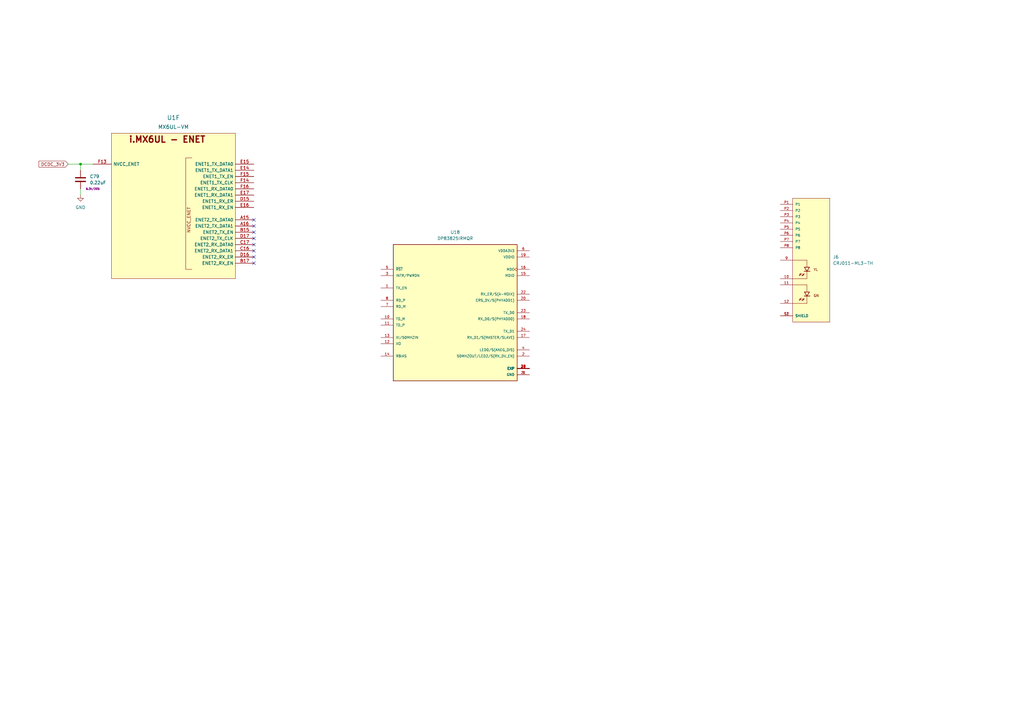
<source format=kicad_sch>
(kicad_sch (version 20211123) (generator eeschema)
  (paper "A3")
  (lib_symbols
    (symbol "Device:C" (pin_numbers hide) (pin_names (offset 0.254))
      (property "Reference" "C" (at 0.635 2.54 0))
      (property "Value" "C" (at 0.635 -2.54 0))
      (symbol "C_0_1"
        (polyline (pts (xy -2.032 -0.762) (xy 2.032 -0.762)) (stroke (width 0.508)))
        (polyline (pts (xy -2.032 0.762) (xy 2.032 0.762)) (stroke (width 0.508)))
      )
      (symbol "C_1_1"
        (pin passive line (at 0 3.81 270) (length 2.794) (name "~") (number "1"))
        (pin passive line (at 0 -3.81 90) (length 2.794) (name "~") (number "2"))
      )
    )
    (symbol "imx6ull-sbc:CRJ011-ML3-TH" (pin_names (offset 1.016))
      (property "Reference" "J" (at -7.62 26.162 0))
      (property "Value" "CRJ011-ML3-TH" (at -7.62 -27.94 0))
      (symbol "CRJ011-ML3-TH_0_0"
        (polyline (pts (xy -3.937 -15.494) (xy -4.953 -16.51)) (stroke (width 0.1524)))
        (polyline (pts (xy -3.937 -5.334) (xy -4.953 -6.35)) (stroke (width 0.1524)))
        (polyline (pts (xy -2.921 -14.732) (xy -1.778 -14.732)) (stroke (width 0.254)))
        (polyline (pts (xy -2.921 -4.572) (xy -1.778 -4.572)) (stroke (width 0.254)))
        (polyline (pts (xy -2.794 -15.621) (xy -3.81 -16.637)) (stroke (width 0.1524)))
        (polyline (pts (xy -2.794 -13.081) (xy -1.778 -14.732)) (stroke (width 0.254)))
        (polyline (pts (xy -2.794 -13.081) (xy -0.762 -13.081)) (stroke (width 0.254)))
        (polyline (pts (xy -2.794 -5.461) (xy -3.81 -6.477)) (stroke (width 0.1524)))
        (polyline (pts (xy -2.794 -2.921) (xy -1.778 -4.572)) (stroke (width 0.254)))
        (polyline (pts (xy -2.794 -2.921) (xy -0.762 -2.921)) (stroke (width 0.254)))
        (polyline (pts (xy -1.778 -17.78) (xy -7.62 -17.78)) (stroke (width 0.1524)))
        (polyline (pts (xy -1.778 -14.859) (xy -1.778 -17.78)) (stroke (width 0.1524)))
        (polyline (pts (xy -1.778 -14.732) (xy -0.762 -13.081)) (stroke (width 0.254)))
        (polyline (pts (xy -1.778 -14.732) (xy -0.508 -14.732)) (stroke (width 0.254)))
        (polyline (pts (xy -1.778 -10.16) (xy -7.62 -10.16)) (stroke (width 0.1524)))
        (polyline (pts (xy -1.778 -10.16) (xy -1.778 -12.954)) (stroke (width 0.1524)))
        (polyline (pts (xy -1.778 -7.62) (xy -7.62 -7.62)) (stroke (width 0.1524)))
        (polyline (pts (xy -1.778 -4.699) (xy -1.778 -7.62)) (stroke (width 0.1524)))
        (polyline (pts (xy -1.778 -4.572) (xy -0.762 -2.921)) (stroke (width 0.254)))
        (polyline (pts (xy -1.778 -4.572) (xy -0.508 -4.572)) (stroke (width 0.254)))
        (polyline (pts (xy -1.778 0) (xy -7.62 0)) (stroke (width 0.1524)))
        (polyline (pts (xy -1.778 0) (xy -1.778 -2.794)) (stroke (width 0.1524)))
        (polyline (pts (xy -4.953 -16.51) (xy -4.064 -16.129) (xy -4.572 -15.621) (xy -4.953 -16.51)) (stroke (width 0.1524)) (fill (type background)))
        (polyline (pts (xy -4.953 -6.35) (xy -4.064 -5.969) (xy -4.572 -5.461) (xy -4.953 -6.35)) (stroke (width 0.1524)) (fill (type background)))
        (polyline (pts (xy -3.81 -16.637) (xy -2.921 -16.256) (xy -3.429 -15.748) (xy -3.81 -16.637)) (stroke (width 0.1524)) (fill (type background)))
        (polyline (pts (xy -3.81 -6.477) (xy -2.921 -6.096) (xy -3.429 -5.588) (xy -3.81 -6.477)) (stroke (width 0.1524)) (fill (type background)))
        (text "GN" (at 0.889 -13.97 0) (effects (font (size 1.016 1.016)) (justify left top)))
        (text "YL" (at 0.889 -3.302 0) (effects (font (size 1.016 1.016)) (justify left top)))
        (pin passive line (at -12.7 -7.62 0) (length 5.08) (name "~") (number "10"))
        (pin passive line (at -12.7 -10.16 0) (length 5.08) (name "~") (number "11"))
        (pin passive line (at -12.7 -17.78 0) (length 5.08) (name "~") (number "12"))
        (pin passive line (at -12.7 0 0) (length 5.08) (name "~") (number "9"))
        (pin passive line (at -12.7 22.86 0) (length 5.08) (name "P1") (number "P1"))
        (pin passive line (at -12.7 20.32 0) (length 5.08) (name "P2") (number "P2"))
        (pin passive line (at -12.7 17.78 0) (length 5.08) (name "P3") (number "P3"))
        (pin passive line (at -12.7 15.24 0) (length 5.08) (name "P4") (number "P4"))
        (pin passive line (at -12.7 12.7 0) (length 5.08) (name "P5") (number "P5"))
        (pin passive line (at -12.7 10.16 0) (length 5.08) (name "P6") (number "P6"))
        (pin passive line (at -12.7 7.62 0) (length 5.08) (name "P7") (number "P7"))
        (pin passive line (at -12.7 5.08 0) (length 5.08) (name "P8") (number "P8"))
        (pin passive line (at -12.7 -22.86 0) (length 5.08) (name "SHIELD") (number "S1"))
        (pin passive line (at -12.7 -22.86 0) (length 5.08) (name "SHIELD") (number "S2"))
      )
      (symbol "CRJ011-ML3-TH_1_1"
        (rectangle (start -7.62 25.4) (end 7.62 -25.4) (stroke (width 0.1524)) (fill (type background)))
      )
    )
    (symbol "imx6ull-sbc:DP83825IRMQR" (pin_names (offset 1.016))
      (property "Reference" "U" (at -25.4 28.575 0))
      (property "Value" "DP83825IRMQR" (at -25.4 -30.48 0))
      (symbol "DP83825IRMQR_0_0"
        (rectangle (start -25.4 -27.94) (end 25.4 27.94) (stroke (width 0.254)) (fill (type background)))
        (pin input line (at -30.48 10.16 0) (length 5.08) (name "TX_EN") (number "1"))
        (pin output line (at -30.48 -2.54 0) (length 5.08) (name "TD_M") (number "10"))
        (pin output line (at -30.48 -5.08 0) (length 5.08) (name "TD_P") (number "11"))
        (pin output line (at -30.48 -12.7 0) (length 5.08) (name "XO") (number "12"))
        (pin input line (at -30.48 -10.16 0) (length 5.08) (name "XI/50MHZIN") (number "13"))
        (pin passive line (at -30.48 -17.78 0) (length 5.08) (name "RBIAS") (number "14"))
        (pin bidirectional line (at 30.48 15.24 180) (length 5.08) (name "MDIO") (number "15"))
        (pin input clock (at 30.48 17.78 180) (length 5.08) (name "MDC") (number "16"))
        (pin bidirectional line (at 30.48 -10.16 180) (length 5.08) (name "RX_D1/S(MASTER/SLAVE)") (number "17"))
        (pin bidirectional line (at 30.48 -2.54 180) (length 5.08) (name "RX_D0/S(PHYADD0)") (number "18"))
        (pin power_in line (at 30.48 22.86 180) (length 5.08) (name "VDDIO") (number "19"))
        (pin bidirectional line (at 30.48 -17.78 180) (length 5.08) (name "50MHZOUT/LED2/S(RX_DV_EN)") (number "2"))
        (pin bidirectional line (at 30.48 5.08 180) (length 5.08) (name "CRS_DV/S(PHYADD1)") (number "20"))
        (pin power_in line (at 30.48 -25.4 180) (length 5.08) (name "GND") (number "21"))
        (pin bidirectional line (at 30.48 7.62 180) (length 5.08) (name "RX_ER/S(A-MDIX)") (number "22"))
        (pin input line (at 30.48 0 180) (length 5.08) (name "TX_D0") (number "23"))
        (pin input line (at 30.48 -7.62 180) (length 5.08) (name "TX_D1") (number "24"))
        (pin power_in line (at 30.48 -22.86 180) (length 5.08) (name "EXP") (number "25"))
        (pin power_in line (at 30.48 -22.86 180) (length 5.08) (name "EXP") (number "26"))
        (pin power_in line (at 30.48 -22.86 180) (length 5.08) (name "EXP") (number "27"))
        (pin power_in line (at 30.48 -22.86 180) (length 5.08) (name "EXP") (number "28"))
        (pin power_in line (at 30.48 -22.86 180) (length 5.08) (name "EXP") (number "29"))
        (pin input line (at -30.48 15.24 0) (length 5.08) (name "INTR/PWRDN") (number "3"))
        (pin power_in line (at 30.48 -22.86 180) (length 5.08) (name "EXP") (number "30"))
        (pin bidirectional line (at 30.48 -15.24 180) (length 5.08) (name "LED0/S(ANEG_DIS)") (number "4"))
        (pin input line (at -30.48 17.78 0) (length 5.08) (name "~{RST}") (number "5"))
        (pin power_in line (at 30.48 25.4 180) (length 5.08) (name "VDDA3V3") (number "6"))
        (pin input line (at -30.48 2.54 0) (length 5.08) (name "RD_M") (number "7"))
        (pin input line (at -30.48 5.08 0) (length 5.08) (name "RD_P") (number "8"))
        (pin power_in line (at 30.48 -25.4 180) (length 5.08) (name "GND") (number "9"))
      )
    )
    (symbol "imx6ull-sbc:MX6UL-VM" (pin_names (offset 0.762))
      (property "Reference" "U" (at 7.62 5.08 0))
      (property "Value" "MX6UL-VM" (at -5.08 5.08 0))
      (symbol "MX6UL-VM_1_0"
        (text "i.MX6UL - POWER" (at 0 -2.54 0) (effects (font (size 2.54 2.54) bold)))
      )
      (symbol "MX6UL-VM_1_1"
        (rectangle (start -25.4 0) (end 25.4 -132.08) (fill (type background)))
        (pin power_in line (at -33.02 -68.58 0) (length 7.62) (name "VSS1") (number "A1"))
        (pin power_in line (at -33.02 -71.12 0) (length 7.62) (name "VSS2") (number "A17"))
        (pin power_in line (at -33.02 -78.74 0) (length 7.62) (name "VSS5") (number "C11"))
        (pin power_in line (at -33.02 -81.28 0) (length 7.62) (name "VSS6") (number "C15"))
        (pin power_in line (at -33.02 -73.66 0) (length 7.62) (name "VSS3") (number "C3"))
        (pin power_in line (at -33.02 -76.2 0) (length 7.62) (name "VSS4") (number "C7"))
        (pin power_in line (at -33.02 -86.36 0) (length 7.62) (name "VSS8") (number "E11"))
        (pin power_in line (at -33.02 -83.82 0) (length 7.62) (name "VSS7") (number "E8"))
        (pin power_in line (at -33.02 -99.06 0) (length 7.62) (name "VSS13") (number "F10"))
        (pin power_in line (at -33.02 -101.6 0) (length 7.62) (name "VSS14") (number "F11"))
        (pin power_in line (at -33.02 -104.14 0) (length 7.62) (name "VSS15") (number "F12"))
        (pin power_in line (at -33.02 -88.9 0) (length 7.62) (name "VSS9") (number "F6"))
        (pin power_in line (at -33.02 -91.44 0) (length 7.62) (name "VSS10") (number "F7"))
        (pin power_in line (at -33.02 -93.98 0) (length 7.62) (name "VSS11") (number "F8"))
        (pin power_in line (at -33.02 -96.52 0) (length 7.62) (name "VSS12") (number "F9"))
        (pin passive line (at 33.02 -10.16 180) (length 7.62) (name "VDD_ARM_CAP2") (number "G10"))
        (pin passive line (at 33.02 -12.7 180) (length 7.62) (name "VDD_ARM_CAP3") (number "G11"))
        (pin power_in line (at -33.02 -114.3 0) (length 7.62) (name "VSS19") (number "G12"))
        (pin power_in line (at -33.02 -116.84 0) (length 7.62) (name "VSS20") (number "G15"))
        (pin power_in line (at -33.02 -106.68 0) (length 7.62) (name "VSS16") (number "G3"))
        (pin power_in line (at -33.02 -109.22 0) (length 7.62) (name "VSS17") (number "G5"))
        (pin power_in line (at -33.02 -111.76 0) (length 7.62) (name "VSS18") (number "G7"))
        (pin power_out line (at 33.02 -20.32 180) (length 7.62) (name "VDD_SOC_CAP1") (number "G8"))
        (pin power_out line (at 33.02 -7.62 180) (length 7.62) (name "VDD_ARM_CAP1") (number "G9"))
        (pin power_in line (at -33.02 -15.24 0) (length 7.62) (name "VDD_SOC_IN2") (number "H10"))
        (pin passive line (at 33.02 -15.24 180) (length 7.62) (name "VDD_ARM_CAP4") (number "H11"))
        (pin power_in line (at -33.02 -121.92 0) (length 7.62) (name "VSS22") (number "H12"))
        (pin power_in line (at -33.02 -119.38 0) (length 7.62) (name "VSS21") (number "H7"))
        (pin passive line (at 33.02 -22.86 180) (length 7.62) (name "VDD_SOC_CAP2") (number "H8"))
        (pin power_in line (at -33.02 -12.7 0) (length 7.62) (name "VDD_SOC_IN1") (number "H9"))
        (pin power_in line (at -33.02 -20.32 0) (length 7.62) (name "VDD_SOC_IN4") (number "J10"))
        (pin passive line (at 33.02 -27.94 180) (length 7.62) (name "VDD_SOC_CAP4") (number "J11"))
        (pin power_in line (at 33.02 -121.92 180) (length 7.62) (name "VSS25") (number "J12"))
        (pin power_in line (at -33.02 -124.46 0) (length 7.62) (name "VSS23") (number "J5"))
        (pin power_in line (at 33.02 -124.46 180) (length 7.62) (name "VSS24") (number "J7"))
        (pin passive line (at 33.02 -25.4 180) (length 7.62) (name "VDD_SOC_CAP3") (number "J8"))
        (pin power_in line (at -33.02 -17.78 0) (length 7.62) (name "VDD_SOC_IN3") (number "J9"))
        (pin power_in line (at -33.02 -25.4 0) (length 7.62) (name "VDD_SOC_IN6") (number "K10"))
        (pin passive line (at 33.02 -33.02 180) (length 7.62) (name "VDD_SOC_CAP6") (number "K11"))
        (pin power_in line (at 33.02 -116.84 180) (length 7.62) (name "VSS27") (number "K12"))
        (pin power_in line (at 33.02 -119.38 180) (length 7.62) (name "VSS26") (number "K7"))
        (pin passive line (at 33.02 -30.48 180) (length 7.62) (name "VDD_SOC_CAP5") (number "K8"))
        (pin power_in line (at -33.02 -22.86 0) (length 7.62) (name "VDD_SOC_IN5") (number "K9"))
        (pin passive line (at 33.02 -40.64 180) (length 7.62) (name "VDD_SOC_CAP9") (number "L10"))
        (pin passive line (at 33.02 -43.18 180) (length 7.62) (name "VDD_SOC_CAP10") (number "L11"))
        (pin power_in line (at 33.02 -109.22 180) (length 7.62) (name "VSS30") (number "L12"))
        (pin power_in line (at 33.02 -114.3 180) (length 7.62) (name "VSS28") (number "L3"))
        (pin power_in line (at 33.02 -111.76 180) (length 7.62) (name "VSS29") (number "L7"))
        (pin passive line (at 33.02 -35.56 180) (length 7.62) (name "VDD_SOC_CAP7") (number "L8"))
        (pin passive line (at 33.02 -38.1 180) (length 7.62) (name "VDD_SOC_CAP8") (number "L9"))
        (pin power_in line (at 33.02 -99.06 180) (length 7.62) (name "VSS34") (number "M10"))
        (pin power_in line (at 33.02 -96.52 180) (length 7.62) (name "VSS35") (number "M11"))
        (pin power_in line (at -33.02 -66.04 0) (length 7.62) (name "NGND_KEL0") (number "M12"))
        (pin power_in line (at 33.02 -106.68 180) (length 7.62) (name "VSS31") (number "M7"))
        (pin power_in line (at 33.02 -104.14 180) (length 7.62) (name "VSS32") (number "M8"))
        (pin power_in line (at 33.02 -101.6 180) (length 7.62) (name "VSS33") (number "M9"))
        (pin power_out line (at 33.02 -60.96 180) (length 7.62) (name "VDD_SNVS_CAP") (number "N12"))
        (pin power_in line (at -33.02 -40.64 0) (length 7.62) (name "VDD_HIGH_IN") (number "N13"))
        (pin power_in line (at 33.02 -93.98 180) (length 7.62) (name "VSS36") (number "N3"))
        (pin power_in line (at 33.02 -91.44 180) (length 7.62) (name "VSS37") (number "N5"))
        (pin power_in line (at -33.02 -50.8 0) (length 7.62) (name "VDD_SNVS_IN") (number "P12"))
        (pin power_out line (at 33.02 -55.88 180) (length 7.62) (name "NVCC_PLL") (number "P13"))
        (pin power_in line (at 33.02 -81.28 180) (length 7.62) (name "VSS41") (number "R11"))
        (pin power_out line (at 33.02 -48.26 180) (length 7.62) (name "VDD_HIGH_CAP1") (number "R14"))
        (pin passive line (at 33.02 -50.8 180) (length 7.62) (name "VDD_HIGH_CAP2") (number "R15"))
        (pin power_in line (at 33.02 -78.74 180) (length 7.62) (name "VSS42") (number "R16"))
        (pin power_in line (at 33.02 -76.2 180) (length 7.62) (name "VSS43") (number "R17"))
        (pin power_in line (at 33.02 -88.9 180) (length 7.62) (name "VSS38") (number "R3"))
        (pin power_in line (at 33.02 -86.36 180) (length 7.62) (name "VSS39") (number "R5"))
        (pin power_in line (at 33.02 -83.82 180) (length 7.62) (name "VSS40") (number "R7"))
        (pin power_in line (at 33.02 -73.66 180) (length 7.62) (name "VSS44") (number "T14"))
        (pin power_in line (at 33.02 -71.12 180) (length 7.62) (name "VSS45") (number "U1"))
        (pin power_in line (at 33.02 -68.58 180) (length 7.62) (name "VSS46") (number "U14"))
        (pin power_in line (at 33.02 -66.04 180) (length 7.62) (name "VSS47") (number "U17"))
      )
      (symbol "MX6UL-VM_2_0"
        (text "i.MX6UL - DDR" (at -1.27 -2.54 0) (effects (font (size 2.54 2.54) bold)))
      )
      (symbol "MX6UL-VM_2_1"
        (rectangle (start -25.4 0) (end 25.4 -114.3) (fill (type background)))
        (pin output line (at 33.02 -73.66 180) (length 7.62) (name "DRAM_ODT1") (number "F1"))
        (pin output line (at -33.02 -48.26 0) (length 7.62) (name "DRAM_ADDR14") (number "G1"))
        (pin output line (at -33.02 -27.94 0) (length 7.62) (name "DRAM_ADDR06") (number "G2"))
        (pin output line (at -33.02 -91.44 0) (length 7.62) (name "DRAM_RESET") (number "G4"))
        (pin power_in line (at 33.02 -88.9 180) (length 7.62) (name "NVCC_DRAM1") (number "G6"))
        (pin output line (at -33.02 -58.42 0) (length 7.62) (name "DRAM_SDBA1") (number "H1"))
        (pin output line (at -33.02 -15.24 0) (length 7.62) (name "DRAM_ADDR01") (number "H2"))
        (pin output line (at -33.02 -45.72 0) (length 7.62) (name "DRAM_ADDR13") (number "H3"))
        (pin output line (at -33.02 -30.48 0) (length 7.62) (name "DRAM_ADDR07") (number "H4"))
        (pin output inverted (at -33.02 -68.58 0) (length 7.62) (name "~{DRAM_CS1}") (number "H5"))
        (pin power_in line (at 33.02 -91.44 180) (length 7.62) (name "NVCC_DRAM2") (number "H6"))
        (pin output inverted (at -33.02 -78.74 0) (length 7.62) (name "~{DRAM_SDWE}") (number "J1"))
        (pin output inverted (at -33.02 -76.2 0) (length 7.62) (name "~{DRAM_CAS}") (number "J2"))
        (pin output line (at 33.02 -81.28 180) (length 7.62) (name "DRAM_SDCKE1") (number "J3"))
        (pin output line (at -33.02 -33.02 0) (length 7.62) (name "DRAM_ADDR08") (number "J4"))
        (pin power_in line (at 33.02 -93.98 180) (length 7.62) (name "NVCC_DRAM3") (number "J6"))
        (pin output line (at -33.02 -17.78 0) (length 7.62) (name "DRAM_ADDR02") (number "K1"))
        (pin output line (at -33.02 -60.96 0) (length 7.62) (name "DRAM_SDBA2") (number "K2"))
        (pin output line (at -33.02 -40.64 0) (length 7.62) (name "DRAM_ADDR11") (number "K3"))
        (pin output line (at -33.02 -22.86 0) (length 7.62) (name "DRAM_ADDR04") (number "K4"))
        (pin output line (at -33.02 -50.8 0) (length 7.62) (name "DRAM_ADDR15") (number "K5"))
        (pin power_in line (at 33.02 -96.52 180) (length 7.62) (name "NVCC_DRAM4") (number "K6"))
        (pin output line (at -33.02 -25.4 0) (length 7.62) (name "DRAM_ADDR05") (number "L1"))
        (pin output line (at -33.02 -35.56 0) (length 7.62) (name "DRAM_ADDR09") (number "L2"))
        (pin output line (at -33.02 -43.18 0) (length 7.62) (name "DRAM_ADDR12") (number "L4"))
        (pin output line (at -33.02 -12.7 0) (length 7.62) (name "DRAM_ADDR00") (number "L5"))
        (pin power_in line (at 33.02 -99.06 180) (length 7.62) (name "NVCC_DRAM5") (number "L6"))
        (pin output line (at -33.02 -55.88 0) (length 7.62) (name "DRAM_SDBA0") (number "M1"))
        (pin output line (at -33.02 -20.32 0) (length 7.62) (name "DRAM_ADDR03") (number "M2"))
        (pin output line (at 33.02 -83.82 180) (length 7.62) (name "DRAM_SDCKE0") (number "M3"))
        (pin output line (at -33.02 -38.1 0) (length 7.62) (name "DRAM_ADDR10") (number "M4"))
        (pin output inverted (at -33.02 -73.66 0) (length 7.62) (name "~{DRAM_RAS}") (number "M5"))
        (pin power_in line (at 33.02 -101.6 180) (length 7.62) (name "NVCC_DRAM6") (number "M6"))
        (pin output line (at 33.02 -76.2 180) (length 7.62) (name "DRAM_ODT0") (number "N1"))
        (pin output inverted (at -33.02 -66.04 0) (length 7.62) (name "~{DRAM_CS0}") (number "N2"))
        (pin input line (at -33.02 -96.52 0) (length 7.62) (name "DRAM_ZQPAD") (number "N4"))
        (pin power_in line (at -33.02 -101.6 0) (length 7.62) (name "NVCC_DRAM_2P5") (number "N6"))
        (pin output line (at -33.02 -83.82 0) (length 7.62) (name "DRAM_SDCLK0_P") (number "P1"))
        (pin output line (at -33.02 -86.36 0) (length 7.62) (name "DRAM_SDCLK0_N") (number "P2"))
        (pin bidirectional line (at 33.02 -55.88 180) (length 7.62) (name "DRAM_DATA13") (number "P3"))
        (pin power_in line (at -33.02 -106.68 0) (length 7.62) (name "DRAM_VREF") (number "P4"))
        (pin bidirectional line (at 33.02 -53.34 180) (length 7.62) (name "DRAM_DATA12") (number "P5"))
        (pin output line (at 33.02 -33.02 180) (length 7.62) (name "DRAM_SDQS0_P") (number "P6"))
        (pin output line (at 33.02 -35.56 180) (length 7.62) (name "DRAM_SDQS0_N") (number "P7"))
        (pin bidirectional line (at 33.02 -60.96 180) (length 7.62) (name "DRAM_DATA15") (number "R1"))
        (pin bidirectional line (at 33.02 -58.42 180) (length 7.62) (name "DRAM_DATA14") (number "R2"))
        (pin bidirectional line (at 33.02 -50.8 180) (length 7.62) (name "DRAM_DATA11") (number "R4"))
        (pin output line (at 33.02 -63.5 180) (length 7.62) (name "DRAM_SDQS1_P") (number "T1"))
        (pin output line (at 33.02 -66.04 180) (length 7.62) (name "DRAM_SDQS1_N") (number "T2"))
        (pin output line (at 33.02 -68.58 180) (length 7.62) (name "DRAM_DQM1") (number "T3"))
        (pin bidirectional line (at 33.02 -12.7 180) (length 7.62) (name "DRAM_DATA00") (number "T4"))
        (pin bidirectional line (at 33.02 -27.94 180) (length 7.62) (name "DRAM_DATA06") (number "T5"))
        (pin bidirectional line (at 33.02 -17.78 180) (length 7.62) (name "DRAM_DATA02") (number "T6"))
        (pin output line (at 33.02 -38.1 180) (length 7.62) (name "DRAM_DQM0") (number "T7"))
        (pin bidirectional line (at 33.02 -25.4 180) (length 7.62) (name "DRAM_DATA05") (number "T8"))
        (pin bidirectional line (at 33.02 -43.18 180) (length 7.62) (name "DRAM_DATA08") (number "U2"))
        (pin bidirectional line (at 33.02 -45.72 180) (length 7.62) (name "DRAM_DATA09") (number "U3"))
        (pin bidirectional line (at 33.02 -30.48 180) (length 7.62) (name "DRAM_DATA07") (number "U4"))
        (pin bidirectional line (at 33.02 -48.26 180) (length 7.62) (name "DRAM_DATA10") (number "U5"))
        (pin bidirectional line (at 33.02 -15.24 180) (length 7.62) (name "DRAM_DATA01") (number "U6"))
        (pin bidirectional line (at 33.02 -20.32 180) (length 7.62) (name "DRAM_DATA03") (number "U7"))
        (pin bidirectional line (at 33.02 -22.86 180) (length 7.62) (name "DRAM_DATA04") (number "U8"))
      )
      (symbol "MX6UL-VM_3_0"
        (text "i.MX6UL - NAND" (at -2.54 -2.54 0) (effects (font (size 2.54 2.54) bold)))
        (text "NVCC_NAND" (at 8.89 -34.29 900) (effects (font (size 1.27 1.27))))
      )
      (symbol "MX6UL-VM_3_1"
        (rectangle (start -25.4 0) (end 25.4 -64.77) (fill (type background)))
        (polyline (pts (xy 10.16 -10.16) (xy 7.62 -10.16) (xy 7.62 -60.96) (xy 10.16 -60.96)))
        (pin input inverted (at 33.02 -33.02 180) (length 7.62) (name "~{NAND_READY}") (number "A3"))
        (pin input line (at 33.02 -22.86 180) (length 7.62) (name "NAND_CLE") (number "A4"))
        (pin bidirectional line (at 33.02 -58.42 180) (length 7.62) (name "NAND_DATA07") (number "A5"))
        (pin bidirectional line (at 33.02 -55.88 180) (length 7.62) (name "NAND_DATA06") (number "A6"))
        (pin bidirectional line (at 33.02 -45.72 180) (length 7.62) (name "NAND_DATA02") (number "A7"))
        (pin input line (at 33.02 -20.32 180) (length 7.62) (name "NAND_ALE") (number "B4"))
        (pin input inverted (at 33.02 -15.24 180) (length 7.62) (name "~{NAND_CE1}") (number "B5"))
        (pin bidirectional line (at 33.02 -53.34 180) (length 7.62) (name "NAND_DATA05") (number "B6"))
        (pin bidirectional line (at 33.02 -43.18 180) (length 7.62) (name "NAND_DATA01") (number "B7"))
        (pin input inverted (at 33.02 -12.7 180) (length 7.62) (name "~{NAND_CE0}") (number "C5"))
        (pin bidirectional line (at 33.02 -50.8 180) (length 7.62) (name "NAND_DATA04") (number "C6"))
        (pin input inverted (at 33.02 -27.94 180) (length 7.62) (name "~{NAND_WE}") (number "C8"))
        (pin input inverted (at 33.02 -30.48 180) (length 7.62) (name "~{NAND_WP}") (number "D5"))
        (pin bidirectional line (at 33.02 -48.26 180) (length 7.62) (name "NAND_DATA03") (number "D6"))
        (pin bidirectional line (at 33.02 -40.64 180) (length 7.62) (name "NAND_DATA00") (number "D7"))
        (pin input inverted (at 33.02 -25.4 180) (length 7.62) (name "~{NAND_RE}") (number "D8"))
        (pin input line (at 33.02 -35.56 180) (length 7.62) (name "NAND_DQS") (number "E6"))
        (pin power_in line (at -33.02 -12.7 0) (length 7.62) (name "NVCC_NAND") (number "E7"))
      )
      (symbol "MX6UL-VM_4_0"
        (text "i.MX6UL - CSI" (at -2.54 -2.54 0) (effects (font (size 2.54 2.54) bold)))
        (text "NVCC_CSI" (at 8.89 -29.21 900) (effects (font (size 1.27 1.27))))
      )
      (symbol "MX6UL-VM_4_1"
        (rectangle (start -25.4 0) (end 25.4 -55.88) (fill (type background)))
        (polyline (pts (xy 10.16 -10.16) (xy 7.62 -10.16) (xy 7.62 -48.26) (xy 8.89 -48.26) (xy 10.16 -48.26)))
        (pin bidirectional line (at 33.02 -45.72 180) (length 7.62) (name "CSI_DATA07") (number "D1"))
        (pin bidirectional line (at 33.02 -43.18 180) (length 7.62) (name "CSI_DATA06") (number "D2"))
        (pin bidirectional line (at 33.02 -40.64 180) (length 7.62) (name "CSI_DATA05") (number "D3"))
        (pin bidirectional line (at 33.02 -38.1 180) (length 7.62) (name "CSI_DATA04") (number "D4"))
        (pin bidirectional line (at 33.02 -35.56 180) (length 7.62) (name "CSI_DATA03") (number "E1"))
        (pin bidirectional line (at 33.02 -33.02 180) (length 7.62) (name "CSI_DATA02") (number "E2"))
        (pin bidirectional line (at 33.02 -30.48 180) (length 7.62) (name "CSI_DATA01") (number "E3"))
        (pin bidirectional line (at 33.02 -27.94 180) (length 7.62) (name "CSI_DATA00") (number "E4"))
        (pin input line (at 33.02 -15.24 180) (length 7.62) (name "CSI_PIXCLK") (number "E5"))
        (pin input line (at 33.02 -20.32 180) (length 7.62) (name "CSI_VSYNC") (number "F2"))
        (pin input line (at 33.02 -22.86 180) (length 7.62) (name "CSI_HSYNC") (number "F3"))
        (pin power_in line (at -33.02 -12.7 0) (length 7.62) (name "NVCC_CSI") (number "F4"))
        (pin input line (at 33.02 -12.7 180) (length 7.62) (name "CSI_MCLK") (number "F5"))
      )
      (symbol "MX6UL-VM_5_0"
        (text "i.MX6UL - GPIO" (at -2.54 -2.54 0) (effects (font (size 2.54 2.54) bold)))
        (text "NVCC_GPIO" (at 8.89 -24.13 900) (effects (font (size 1.27 1.27))))
      )
      (symbol "MX6UL-VM_5_1"
        (rectangle (start -25.4 0) (end 25.4 -46.99) (fill (type background)))
        (polyline (pts (xy 10.16 -10.16) (xy 7.62 -10.16) (xy 7.62 -38.1) (xy 8.89 -38.1) (xy 10.16 -38.1)))
        (pin power_in line (at -33.02 -12.7 0) (length 7.62) (name "NVCC_GPIO") (number "J13"))
        (pin bidirectional line (at 33.02 -12.7 180) (length 7.62) (name "GPIO1_IO00") (number "K13"))
        (pin bidirectional line (at 33.02 -27.94 180) (length 7.62) (name "GPIO1_IO06") (number "K17"))
        (pin bidirectional line (at 33.02 -17.78 180) (length 7.62) (name "GPIO1_IO02") (number "L14"))
        (pin bidirectional line (at 33.02 -15.24 180) (length 7.62) (name "GPIO1_IO01") (number "L15"))
        (pin bidirectional line (at 33.02 -30.48 180) (length 7.62) (name "GPIO1_IO07") (number "L16"))
        (pin bidirectional line (at 33.02 -20.32 180) (length 7.62) (name "GPIO1_IO03") (number "L17"))
        (pin bidirectional line (at 33.02 -35.56 180) (length 7.62) (name "GPIO1_IO09") (number "M15"))
        (pin bidirectional line (at 33.02 -22.86 180) (length 7.62) (name "GPIO1_IO04") (number "M16"))
        (pin bidirectional line (at 33.02 -25.4 180) (length 7.62) (name "GPIO1_IO05") (number "M17"))
        (pin bidirectional line (at 33.02 -33.02 180) (length 7.62) (name "GPIO1_IO08") (number "N17"))
      )
      (symbol "MX6UL-VM_6_0"
        (text "i.MX6UL - ENET" (at -2.54 -2.54 0) (effects (font (size 2.54 2.54) bold)))
        (text "NVCC_ENET" (at 6.35 -35.56 900) (effects (font (size 1.27 1.27))))
      )
      (symbol "MX6UL-VM_6_1"
        (rectangle (start -25.4 0) (end 25.4 -59.69) (fill (type background)))
        (polyline (pts (xy 7.62 -10.16) (xy 5.08 -10.16) (xy 5.08 -55.88) (xy 7.62 -55.88)))
        (pin bidirectional line (at 33.02 -35.56 180) (length 7.62) (name "ENET2_TX_DATA0") (number "A15"))
        (pin bidirectional line (at 33.02 -38.1 180) (length 7.62) (name "ENET2_TX_DATA1") (number "A16"))
        (pin bidirectional line (at 33.02 -40.64 180) (length 7.62) (name "ENET2_TX_EN") (number "B15"))
        (pin bidirectional line (at 33.02 -53.34 180) (length 7.62) (name "ENET2_RX_EN") (number "B17"))
        (pin bidirectional line (at 33.02 -48.26 180) (length 7.62) (name "ENET2_RX_DATA1") (number "C16"))
        (pin bidirectional line (at 33.02 -45.72 180) (length 7.62) (name "ENET2_RX_DATA0") (number "C17"))
        (pin bidirectional line (at 33.02 -27.94 180) (length 7.62) (name "ENET1_RX_ER") (number "D15"))
        (pin bidirectional line (at 33.02 -50.8 180) (length 7.62) (name "ENET2_RX_ER") (number "D16"))
        (pin bidirectional line (at 33.02 -43.18 180) (length 7.62) (name "ENET2_TX_CLK") (number "D17"))
        (pin bidirectional line (at 33.02 -15.24 180) (length 7.62) (name "ENET1_TX_DATA1") (number "E14"))
        (pin bidirectional line (at 33.02 -12.7 180) (length 7.62) (name "ENET1_TX_DATA0") (number "E15"))
        (pin bidirectional line (at 33.02 -30.48 180) (length 7.62) (name "ENET1_RX_EN") (number "E16"))
        (pin bidirectional line (at 33.02 -25.4 180) (length 7.62) (name "ENET1_RX_DATA1") (number "E17"))
        (pin power_in line (at -33.02 -12.7 0) (length 7.62) (name "NVCC_ENET") (number "F13"))
        (pin bidirectional line (at 33.02 -20.32 180) (length 7.62) (name "ENET1_TX_CLK") (number "F14"))
        (pin bidirectional line (at 33.02 -17.78 180) (length 7.62) (name "ENET1_TX_EN") (number "F15"))
        (pin bidirectional line (at 33.02 -22.86 180) (length 7.62) (name "ENET1_RX_DATA0") (number "F16"))
      )
      (symbol "MX6UL-VM_7_0"
        (text "i.MX6UL - LCD" (at -2.54 -2.54 0) (effects (font (size 2.54 2.54) bold)))
        (text "NVCC_LCD1" (at 8.89 -50.8 900) (effects (font (size 1.27 1.27))))
      )
      (symbol "MX6UL-VM_7_1"
        (rectangle (start -25.4 0) (end 25.4 -97.79) (fill (type background)))
        (polyline (pts (xy 10.16 -10.16) (xy 7.62 -10.16) (xy 7.62 -91.44) (xy 10.16 -91.44)))
        (pin bidirectional line (at 33.02 -45.72 180) (length 7.62) (name "LCD_DATA06") (number "A10"))
        (pin bidirectional line (at 33.02 -53.34 180) (length 7.62) (name "LCD_DATA09") (number "A11"))
        (pin bidirectional line (at 33.02 -66.04 180) (length 7.62) (name "LCD_DATA14") (number "A12"))
        (pin bidirectional line (at 33.02 -76.2 180) (length 7.62) (name "LCD_DATA18") (number "A13"))
        (pin bidirectional line (at 33.02 -86.36 180) (length 7.62) (name "LCD_DATA22") (number "A14"))
        (pin bidirectional line (at 33.02 -12.7 180) (length 7.62) (name "LCD_CLK") (number "A8"))
        (pin bidirectional line (at 33.02 -33.02 180) (length 7.62) (name "LCD_DATA01") (number "A9"))
        (pin bidirectional line (at 33.02 -43.18 180) (length 7.62) (name "LCD_DATA05") (number "B10"))
        (pin bidirectional line (at 33.02 -50.8 180) (length 7.62) (name "LCD_DATA08") (number "B11"))
        (pin bidirectional line (at 33.02 -63.5 180) (length 7.62) (name "LCD_DATA13") (number "B12"))
        (pin bidirectional line (at 33.02 -73.66 180) (length 7.62) (name "LCD_DATA17") (number "B13"))
        (pin bidirectional line (at 33.02 -83.82 180) (length 7.62) (name "LCD_DATA21") (number "B14"))
        (pin bidirectional line (at 33.02 -88.9 180) (length 7.62) (name "LCD_DATA23") (number "B16"))
        (pin bidirectional line (at 33.02 -17.78 180) (length 7.62) (name "LCD_ENABLE") (number "B8"))
        (pin bidirectional line (at 33.02 -30.48 180) (length 7.62) (name "LCD_DATA00") (number "B9"))
        (pin bidirectional line (at 33.02 -40.64 180) (length 7.62) (name "LCD_DATA04") (number "C10"))
        (pin bidirectional line (at 33.02 -60.96 180) (length 7.62) (name "LCD_DATA12") (number "C12"))
        (pin bidirectional line (at 33.02 -71.12 180) (length 7.62) (name "LCD_DATA16") (number "C13"))
        (pin bidirectional line (at 33.02 -81.28 180) (length 7.62) (name "LCD_DATA20") (number "C14"))
        (pin bidirectional line (at 33.02 -22.86 180) (length 7.62) (name "LCD_VSYNC") (number "C9"))
        (pin bidirectional line (at 33.02 -38.1 180) (length 7.62) (name "LCD_DATA03") (number "D10"))
        (pin bidirectional line (at 33.02 -48.26 180) (length 7.62) (name "LCD_DATA07") (number "D11"))
        (pin bidirectional line (at 33.02 -58.42 180) (length 7.62) (name "LCD_DATA11") (number "D12"))
        (pin bidirectional line (at 33.02 -68.58 180) (length 7.62) (name "LCD_DATA15") (number "D13"))
        (pin bidirectional line (at 33.02 -78.74 180) (length 7.62) (name "LCD_DATA19") (number "D14"))
        (pin bidirectional line (at 33.02 -20.32 180) (length 7.62) (name "LCD_HSYNC") (number "D9"))
        (pin bidirectional line (at 33.02 -35.56 180) (length 7.62) (name "LCD_DATA02") (number "E10"))
        (pin bidirectional line (at 33.02 -55.88 180) (length 7.62) (name "LCD_DATA10") (number "E12"))
        (pin power_in line (at -33.02 -12.7 0) (length 7.62) (name "NVCC_LCD") (number "E13"))
        (pin bidirectional line (at 33.02 -25.4 180) (length 7.62) (name "LCD_RESET") (number "E9"))
      )
      (symbol "MX6UL-VM_8_0"
        (text "i.MX6UL - USB" (at -2.54 -2.54 0) (effects (font (size 2.54 2.54) bold)))
      )
      (symbol "MX6UL-VM_8_1"
        (rectangle (start -25.4 0) (end 25.4 -48.26) (fill (type background)))
        (pin power_out line (at 33.02 -26.67 180) (length 7.62) (name "VDD_USB_CAP") (number "R12"))
        (pin power_in line (at -33.02 -12.7 0) (length 7.62) (name "USB_OTG1_VBUS") (number "T12"))
        (pin bidirectional line (at 33.02 -35.56 180) (length 7.62) (name "USB_OTG2_DN") (number "T13"))
        (pin bidirectional line (at 33.02 -12.7 180) (length 7.62) (name "USB_OTG1_DN") (number "T15"))
        (pin power_in line (at -33.02 -35.56 0) (length 7.62) (name "USB_OTG2_VBUS") (number "U12"))
        (pin bidirectional line (at 33.02 -38.1 180) (length 7.62) (name "USB_OTG2_DP") (number "U13"))
        (pin bidirectional line (at 33.02 -15.24 180) (length 7.62) (name "USB_OTG1_DP") (number "U15"))
        (pin bidirectional inverted (at 33.02 -17.78 180) (length 7.62) (name "~{USB_OTG1_CHD}") (number "U16"))
      )
      (symbol "MX6UL-VM_9_0"
        (text "i.MX6UL - SD" (at 0 -2.54 0) (effects (font (size 2.54 2.54) bold)))
        (text "NVCC_SD1" (at 10.16 -20.32 900) (effects (font (size 1.27 1.27))))
      )
      (symbol "MX6UL-VM_9_1"
        (rectangle (start -25.4 0) (end 25.4 -38.1) (fill (type background)))
        (polyline (pts (xy 11.43 -10.16) (xy 8.89 -10.16) (xy 8.89 -30.48) (xy 11.43 -30.48)))
        (pin bidirectional line (at 33.02 -27.94 180) (length 7.62) (name "SD1_DATA3") (number "A2"))
        (pin bidirectional line (at 33.02 -25.4 180) (length 7.62) (name "SD1_DATA2") (number "B1"))
        (pin bidirectional line (at 33.02 -22.86 180) (length 7.62) (name "SD1_DATA1") (number "B2"))
        (pin bidirectional line (at 33.02 -20.32 180) (length 7.62) (name "SD1_DATA0") (number "B3"))
        (pin bidirectional line (at 33.02 -12.7 180) (length 7.62) (name "SD1_CLK") (number "C1"))
        (pin bidirectional line (at 33.02 -15.24 180) (length 7.62) (name "SD1_CMD") (number "C2"))
        (pin power_in line (at -33.02 -12.7 0) (length 7.62) (name "NVCC_SD1") (number "C4"))
      )
      (symbol "MX6UL-VM_10_0"
        (text "i.MX6UL - ADC" (at 0 -2.54 0) (effects (font (size 2.54 2.54) bold)))
      )
      (symbol "MX6UL-VM_10_1"
        (rectangle (start -25.4 0) (end 25.4 -38.1) (fill (type background)))
        (pin power_in line (at -33.02 -12.7 0) (length 7.62) (name "VDDA_ADC_3P3") (number "L13"))
        (pin power_in line (at -33.02 -22.86 0) (length 7.62) (name "ADC_VREFH") (number "M13"))
      )
      (symbol "MX6UL-VM_11_0"
        (polyline (pts (xy -17.78 -67.31) (xy -15.24 -67.31) (xy -15.24 -77.47) (xy -17.78 -77.47)))
        (polyline (pts (xy -15.24 -105.41) (xy -12.7 -105.41) (xy -12.7 -118.11) (xy -15.24 -118.11)))
        (polyline (pts (xy -12.7 -81.28) (xy -10.16 -81.28) (xy -10.16 -99.06) (xy -12.7 -99.06)))
        (polyline (pts (xy -5.08 -10.16) (xy -2.54 -10.16) (xy -2.54 -63.5) (xy -5.08 -63.5)))
        (polyline (pts (xy 7.62 -60.96) (xy 5.08 -60.96) (xy 5.08 -114.3) (xy 7.62 -114.3)))
        (text "i.MX6UL - CONTROL" (at 1.27 -2.54 0) (effects (font (size 2.54 2.54) bold)))
        (text "NVCC_GPIO" (at 10.16 -19.05 900) (effects (font (size 1.27 1.27))))
        (text "NVCC_PLL" (at -16.51 -72.39 900) (effects (font (size 1.27 1.27))))
        (text "NVCC_UART" (at 6.35 -86.36 900) (effects (font (size 1.27 1.27))))
        (text "VDD_SNVS_CAP" (at -11.43 -90.17 900) (effects (font (size 1.27 1.27))))
        (text "VDD_SNVS_IN" (at -3.81 -36.83 900) (effects (font (size 1.27 1.27))))
        (text "VDDHIGH_CAP" (at 10.16 -39.37 900) (effects (font (size 1.27 1.27))))
        (text "VDDHIGH_IN" (at -13.97 -111.76 900) (effects (font (size 1.27 1.27))))
      )
      (symbol "MX6UL-VM_11_1"
        (rectangle (start -25.4 0) (end 25.4 -121.92) (fill (type background)))
        (polyline (pts (xy 11.43 -31.75) (xy 8.89 -31.75) (xy 8.89 -46.99) (xy 10.16 -46.99) (xy 11.43 -46.99)))
        (polyline (pts (xy 11.43 -10.16) (xy 8.89 -10.16) (xy 8.89 -27.94) (xy 10.16 -27.94) (xy 11.43 -27.94)))
        (pin bidirectional line (at 33.02 -109.22 180) (length 7.62) (name "UART5_TX_DATA") (number "F17"))
        (pin bidirectional line (at 33.02 -111.76 180) (length 7.62) (name "UART5_RX_DATA") (number "G13"))
        (pin bidirectional inverted (at 33.02 -93.98 180) (length 7.62) (name "~{UART3_RTS}") (number "G14"))
        (pin bidirectional line (at 33.02 -104.14 180) (length 7.62) (name "UART4_RX_DATA") (number "G16"))
        (pin bidirectional line (at 33.02 -101.6 180) (length 7.62) (name "UART4_TX_DATA") (number "G17"))
        (pin power_in line (at 33.02 -53.34 180) (length 7.62) (name "NVCC_UART") (number "H13"))
        (pin bidirectional inverted (at 33.02 -81.28 180) (length 7.62) (name "~{UART2_RTS}") (number "H14"))
        (pin bidirectional inverted (at 33.02 -96.52 180) (length 7.62) (name "~{UART3_CTS}") (number "H15"))
        (pin bidirectional line (at 33.02 -91.44 180) (length 7.62) (name "UART3_RX_DATA") (number "H16"))
        (pin bidirectional line (at 33.02 -88.9 180) (length 7.62) (name "UART3_TX_DATA") (number "H17"))
        (pin bidirectional inverted (at 33.02 -68.58 180) (length 7.62) (name "~{UART1_RTS}") (number "J14"))
        (pin bidirectional inverted (at 33.02 -83.82 180) (length 7.62) (name "~{UART2_CTS}") (number "J15"))
        (pin bidirectional line (at 33.02 -78.74 180) (length 7.62) (name "UART2_RX_DATA") (number "J16"))
        (pin bidirectional line (at 33.02 -76.2 180) (length 7.62) (name "UART2_TX_DATA") (number "J17"))
        (pin bidirectional line (at 33.02 -63.5 180) (length 7.62) (name "UART1_TX_DATA") (number "K14"))
        (pin bidirectional inverted (at 33.02 -71.12 180) (length 7.62) (name "~{UART1_CTS}") (number "K15"))
        (pin bidirectional line (at 33.02 -66.04 180) (length 7.62) (name "UART1_RX_DATA") (number "K16"))
        (pin bidirectional line (at 33.02 -12.7 180) (length 7.62) (name "JTAG_TCK") (number "M14"))
        (pin input line (at -33.02 -48.26 0) (length 7.62) (name "SNVS_TAMPER7") (number "N10"))
        (pin input line (at -33.02 -45.72 0) (length 7.62) (name "SNVS_TAMPER6") (number "N11"))
        (pin input inverted (at 33.02 -22.86 180) (length 7.62) (name "~{JTAG_TRST}") (number "N14"))
        (pin bidirectional line (at 33.02 -20.32 180) (length 7.62) (name "JTAG_TDO") (number "N15"))
        (pin input line (at 33.02 -17.78 180) (length 7.62) (name "JTAG_TDI") (number "N16"))
        (pin input line (at -33.02 -25.4 0) (length 7.62) (name "TEST_MODE") (number "N7"))
        (pin input line (at -33.02 -43.18 0) (length 7.62) (name "SNVS_TAMPER5") (number "N8"))
        (pin input line (at -33.02 -50.8 0) (length 7.62) (name "SNVS_TAMPER8") (number "N9"))
        (pin input line (at -33.02 -38.1 0) (length 7.62) (name "SNVS_TAMPER3") (number "P10"))
        (pin input line (at -33.02 -35.56 0) (length 7.62) (name "SNVS_TAMPER2") (number "P11"))
        (pin bidirectional line (at 33.02 -15.24 180) (length 7.62) (name "JTAG_TMS") (number "P14"))
        (pin bidirectional line (at 33.02 -25.4 180) (length 7.62) (name "JTAG_MOD") (number "P15"))
        (pin bidirectional line (at 33.02 -38.1 180) (length 7.62) (name "CCM_CLK1_N") (number "P16"))
        (pin bidirectional line (at 33.02 -40.64 180) (length 7.62) (name "CCM_CLK1_P") (number "P17"))
        (pin input inverted (at -33.02 -15.24 0) (length 7.62) (name "~{POR}") (number "P8"))
        (pin input line (at -33.02 -40.64 0) (length 7.62) (name "SNVS_TAMPER4") (number "P9"))
        (pin input line (at -33.02 -30.48 0) (length 7.62) (name "SNVS_TAMPER0") (number "R10"))
        (pin power_in line (at -33.02 -111.76 0) (length 7.62) (name "GPANAIO") (number "R13"))
        (pin input line (at -33.02 -53.34 0) (length 7.62) (name "SNVS_TAMPER9") (number "R6"))
        (pin input line (at -33.02 -12.7 0) (length 7.62) (name "ONOFF") (number "R8"))
        (pin input line (at -33.02 -33.02 0) (length 7.62) (name "SNVS_TAMPER1") (number "R9"))
        (pin input line (at -33.02 -20.32 0) (length 7.62) (name "BOOT_MODE0") (number "T10"))
        (pin input line (at -33.02 -88.9 0) (length 7.62) (name "RTC_XTALI") (number "T11"))
        (pin input line (at -33.02 -71.12 0) (length 7.62) (name "XTALI") (number "T16"))
        (pin input line (at -33.02 -73.66 0) (length 7.62) (name "XTALO") (number "T17"))
        (pin input line (at -33.02 -60.96 0) (length 7.62) (name "SNVS_PMIC_ON_REQ") (number "T9"))
        (pin input line (at -33.02 -22.86 0) (length 7.62) (name "BOOT_MODE1") (number "U10"))
        (pin input line (at -33.02 -91.44 0) (length 7.62) (name "RTC_XTALO") (number "U11"))
        (pin input line (at -33.02 -58.42 0) (length 7.62) (name "CCM_PMIC_STBY_REQ") (number "U9"))
      )
    )
    (symbol "power:GND" (power) (pin_names (offset 0))
      (property "Value" "GND" (at 0 -3.81 0))
      (symbol "GND_0_1"
        (polyline (pts (xy 0 0) (xy 0 -1.27) (xy 1.27 -1.27) (xy 0 -2.54) (xy -1.27 -1.27) (xy 0 -1.27)))
      )
      (symbol "GND_1_1"
        (pin power_in line (at 0 0 270) (length 0) hide (name "GND") (number "1"))
      )
    )
  )
  (junction (at 33.02 67.31))
  (no_connect (at 104.14 107.95))
  (no_connect (at 104.14 100.33))
  (no_connect (at 104.14 105.41))
  (no_connect (at 104.14 97.79))
  (no_connect (at 104.14 92.71))
  (no_connect (at 104.14 95.25))
  (no_connect (at 104.14 102.87))
  (no_connect (at 104.14 90.17))
  (wire (pts (xy 27.94 67.31) (xy 33.02 67.31)))
  (wire (pts (xy 33.02 69.85) (xy 33.02 67.31)))
  (wire (pts (xy 33.02 67.31) (xy 38.1 67.31)))
  (wire (pts (xy 33.02 77.47) (xy 33.02 80.01)))
  (global_label "DCDC_3V3" (shape input) (at 27.94 67.31 180) (property "Intersheet References" "${INTERSHEET_REFS}" (effects hide)))
  (symbol (lib_id "imx6ull-sbc:MX6UL-VM") (at 71.12 54.61 0) (unit 6)
    (property "Reference" "U1" (at 71.12 48.26 0) (effects (font (size 1.778 1.778))))
    (property "Value" "MX6UL-VM" (at 71.12 52.07 0) (effects (font (size 1.524 1.524))))
    (property "Footprint" "imx6ull-sbc:SOT1534-2" (effects hide))
  )
  (symbol (lib_id "imx6ull-sbc:DP83825IRMQR") (at 186.69 128.27 0) (unit 1)
    (property "Reference" "U18" (at 186.69 95.25 0))
    (property "Value" "DP83825IRMQR" (at 186.69 97.79 0))
    (property "Footprint" "imx6ull-sbc:XCVR_DP83825IRMQR" (effects hide))
    (property "MANUFACTURER" "Texas Instruments" (effects hide))
    (property "STANDARD" "Manufacturer Recommendations" (effects hide))
    (property "PARTREV" "A" (effects hide))
    (property "MAXIMUM_PACKAGE_HEIGHT" "0.8 mm" (effects hide))
  )
  (symbol (lib_id "imx6ull-sbc:CRJ011-ML3-TH") (at 332.74 106.68 0) (unit 1)
    (property "Reference" "J6" (at 341.63 105.4099 0) (effects (justify left)))
    (property "Value" "CRJ011-ML3-TH" (at 341.63 107.9499 0) (effects (justify left)))
    (property "Footprint" "imx6ull-sbc:CUI_CRJ011-ML3-TH" (effects hide))
    (property "MANUFACTURER" "CUI Devices" (effects hide))
    (property "STANDARD" "Manufacturer Recommendations" (effects hide))
    (property "PARTREV" "1.0" (effects hide))
    (property "MAXIMUM_PACKAGE_HEIGHT" "13.6 mm" (effects hide))
  )
  (symbol (lib_id "power:GND") (at 33.02 80.01 0) (unit 1)
    (property "Reference" "#PWR0164" (effects hide))
    (property "Value" "GND" (at 33.02 85.09 0))
  )
  (symbol (lib_id "Device:C") (at 33.02 73.66 0) (unit 1)
    (property "Reference" "C79" (at 36.83 72.3899 0) (effects (justify left)))
    (property "Value" "0.22uF" (at 36.83 74.9299 0) (effects (justify left)))
    (property "Footprint" "Capacitor_SMD:C_0402_1005Metric" (effects hide))
    (property "Rating" "6.3V/20%" (at 38.1 77.47 0) (effects (font (size 0.762 0.762))))
  )
)
</source>
